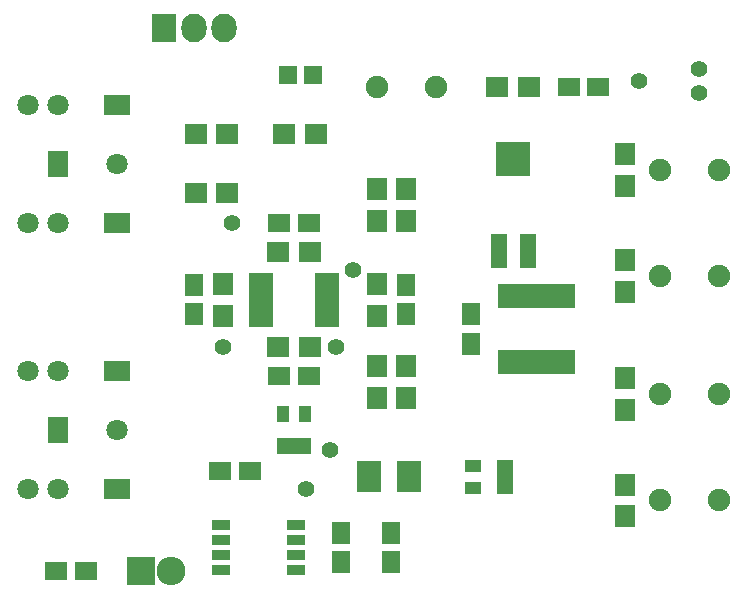
<source format=gbr>
G04 #@! TF.FileFunction,Soldermask,Top*
%FSLAX46Y46*%
G04 Gerber Fmt 4.6, Leading zero omitted, Abs format (unit mm)*
G04 Created by KiCad (PCBNEW 4.0.6) date 03/10/17 18:24:38*
%MOMM*%
%LPD*%
G01*
G04 APERTURE LIST*
%ADD10C,0.150000*%
%ADD11R,1.650000X1.900000*%
%ADD12R,1.900000X1.650000*%
%ADD13R,1.598880X1.598880*%
%ADD14R,2.127200X2.432000*%
%ADD15O,2.127200X2.432000*%
%ADD16C,1.400000*%
%ADD17R,1.700000X1.900000*%
%ADD18R,1.900000X1.700000*%
%ADD19C,1.900000*%
%ADD20R,2.000000X0.750000*%
%ADD21R,1.000000X1.450000*%
%ADD22R,2.000000X0.700000*%
%ADD23R,0.750000X2.000000*%
%ADD24R,1.450000X1.000000*%
%ADD25R,2.900000X2.900000*%
%ADD26R,1.400000X2.900000*%
%ADD27R,2.432000X2.432000*%
%ADD28O,2.432000X2.432000*%
%ADD29R,1.543000X0.908000*%
%ADD30C,1.800000*%
%ADD31R,1.700000X2.200000*%
%ADD32R,2.200000X1.700000*%
G04 APERTURE END LIST*
D10*
D11*
X169000000Y-65250000D03*
X169000000Y-67750000D03*
D12*
X158250000Y-60000000D03*
X160750000Y-60000000D03*
D11*
X151000000Y-65250000D03*
X151000000Y-67750000D03*
D12*
X158250000Y-73000000D03*
X160750000Y-73000000D03*
X153250000Y-81000000D03*
X155750000Y-81000000D03*
D11*
X174500000Y-70250000D03*
X174500000Y-67750000D03*
D12*
X182750000Y-48500000D03*
X185250000Y-48500000D03*
D13*
X161049020Y-47500000D03*
X158950980Y-47500000D03*
D14*
X148500000Y-43500000D03*
D15*
X151040000Y-43500000D03*
X153580000Y-43500000D03*
D16*
X193810000Y-49016000D03*
X193810000Y-46984000D03*
X188730000Y-48000000D03*
X188730000Y-48000000D03*
X193810000Y-46984000D03*
X193810000Y-49016000D03*
D17*
X166500000Y-65150000D03*
X166500000Y-67850000D03*
D18*
X158150000Y-62500000D03*
X160850000Y-62500000D03*
D17*
X153500000Y-65150000D03*
X153500000Y-67850000D03*
D18*
X158150000Y-70500000D03*
X160850000Y-70500000D03*
D17*
X166500000Y-57150000D03*
X166500000Y-59850000D03*
X169000000Y-57150000D03*
X169000000Y-59850000D03*
D18*
X176650000Y-48500000D03*
X179350000Y-48500000D03*
D17*
X187500000Y-73150000D03*
X187500000Y-75850000D03*
X187500000Y-63150000D03*
X187500000Y-65850000D03*
X187500000Y-54150000D03*
X187500000Y-56850000D03*
D18*
X161350000Y-52500000D03*
X158650000Y-52500000D03*
D17*
X187500000Y-84850000D03*
X187500000Y-82150000D03*
D18*
X151150000Y-57500000D03*
X153850000Y-57500000D03*
X151150000Y-52500000D03*
X153850000Y-52500000D03*
D17*
X166500000Y-72150000D03*
X166500000Y-74850000D03*
X169000000Y-72150000D03*
X169000000Y-74850000D03*
D19*
X195500000Y-74500000D03*
X190500000Y-74500000D03*
X195500000Y-64500000D03*
X190500000Y-64500000D03*
X195500000Y-55500000D03*
X190500000Y-55500000D03*
X195500000Y-83500000D03*
X190500000Y-83500000D03*
X166500000Y-48500000D03*
X171500000Y-48500000D03*
D20*
X162300000Y-68450000D03*
X162300000Y-67800000D03*
X162300000Y-67150000D03*
X162300000Y-66500000D03*
X162300000Y-65850000D03*
X162300000Y-65200000D03*
X162300000Y-64550000D03*
X156700000Y-64550000D03*
X156700000Y-65200000D03*
X156700000Y-65850000D03*
X156700000Y-66500000D03*
X156700000Y-67150000D03*
X156700000Y-67800000D03*
X156700000Y-68450000D03*
D21*
X158550000Y-76150000D03*
X160450000Y-76150000D03*
X158550000Y-78850000D03*
X159500000Y-78850000D03*
X160450000Y-78850000D03*
D22*
X165800000Y-80525000D03*
X165800000Y-81175000D03*
X165800000Y-81825000D03*
X165800000Y-82475000D03*
X169200000Y-82475000D03*
X169200000Y-81825000D03*
X169200000Y-81175000D03*
X169200000Y-80525000D03*
D23*
X177075000Y-71800000D03*
X177725000Y-71800000D03*
X178375000Y-71800000D03*
X179025000Y-71800000D03*
X179675000Y-71800000D03*
X180325000Y-71800000D03*
X180975000Y-71800000D03*
X181625000Y-71800000D03*
X182275000Y-71800000D03*
X182925000Y-71800000D03*
X182925000Y-66200000D03*
X182275000Y-66200000D03*
X181625000Y-66200000D03*
X180975000Y-66200000D03*
X180325000Y-66200000D03*
X179675000Y-66200000D03*
X179025000Y-66200000D03*
X178375000Y-66200000D03*
X177725000Y-66200000D03*
X177075000Y-66200000D03*
D24*
X174650000Y-82450000D03*
X174650000Y-80550000D03*
X177350000Y-82450000D03*
X177350000Y-81500000D03*
X177350000Y-80550000D03*
D25*
X178050000Y-54625000D03*
D26*
X179300000Y-62375000D03*
X176800000Y-62375000D03*
D12*
X139350000Y-89500000D03*
X141850000Y-89500000D03*
D11*
X163500000Y-86250000D03*
X163500000Y-88750000D03*
X167700000Y-86250000D03*
X167700000Y-88750000D03*
D27*
X146500000Y-89500000D03*
D28*
X149040000Y-89500000D03*
D29*
X153325000Y-89405000D03*
X153325000Y-88135000D03*
X153325000Y-86865000D03*
X153325000Y-85595000D03*
X159675000Y-85595000D03*
X159675000Y-86865000D03*
X159675000Y-88135000D03*
X159675000Y-89405000D03*
D30*
X137000000Y-50000000D03*
X139500000Y-50000000D03*
X137000000Y-60000000D03*
X139500000Y-60000000D03*
X144500000Y-55000000D03*
D31*
X139500000Y-55000000D03*
D32*
X144500000Y-60000000D03*
X144500000Y-50000000D03*
D30*
X137000000Y-72500000D03*
X139500000Y-72500000D03*
X137000000Y-82500000D03*
X139500000Y-82500000D03*
X144500000Y-77500000D03*
D31*
X139500000Y-77500000D03*
D32*
X144500000Y-82500000D03*
X144500000Y-72500000D03*
D16*
X164500000Y-64000000D03*
X154250000Y-60000000D03*
X153500000Y-70500000D03*
X163000000Y-70500000D03*
X162500000Y-79250000D03*
X160500000Y-82500000D03*
M02*

</source>
